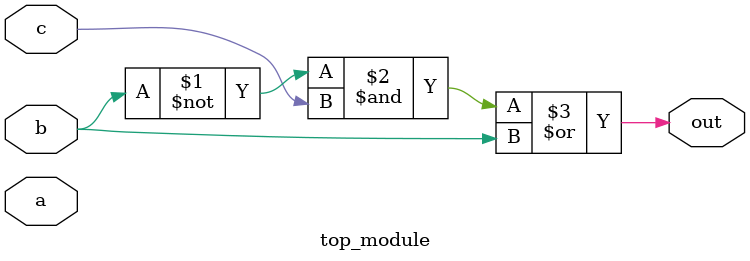
<source format=sv>
module top_module(
    input a, 
    input b,
    input c,
    output out
);

    assign out = (~b & c) | b;

endmodule

</source>
